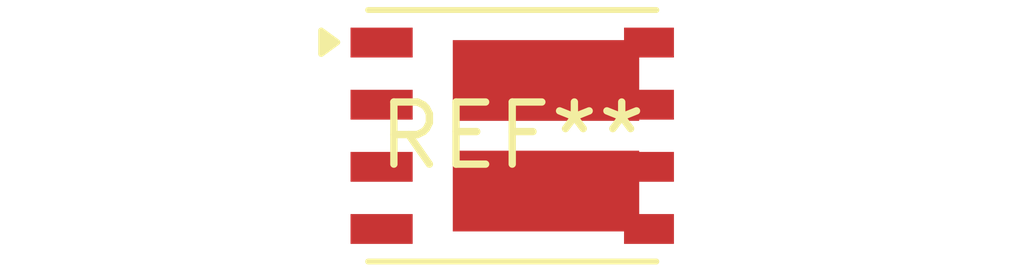
<source format=kicad_pcb>
(kicad_pcb (version 20240108) (generator pcbnew)
  (layers (0 "F.Cu" signal) (31 "B.Cu" signal) (34 "B.Paste" user) (35 "F.Paste" user) (36 "B.SilkS" user "B.Silkscreen") (37 "F.SilkS" user "F.Silkscreen") (38 "B.Mask" user) (39 "F.Mask" user) (44 "Edge.Cuts" user))
  (net 0 "")
  (footprint "PowerPAK_SO-8_Dual" (layer "F.Cu") (at 0 0)
    (property "Reference" "REF**")
    (property "Value" "PowerPAK_SO-8_Dual")
    (fp_line (start -2.945 -2.57) (end 2.945 -2.57) (layer "F.SilkS") (stroke (width 0.12)))
    (fp_line (start -2.945 2.57) (end 2.945 2.57) (layer "F.SilkS") (stroke (width 0.12)))
    (fp_poly (pts (xy -3.575 -1.911892) (xy -3.905 -2.151892) (xy -3.905 -1.671892) (xy -3.575 -1.911892)) (layer "F.SilkS") (stroke (width 0.12)) (fill solid))
    (pad "1" smd rect (at -2.67 -1.905) (size 1.27 0.61) (layers "F.Cu" "F.Paste" "F.Mask"))
    (pad "2" smd rect (at -2.67 -0.635) (size 1.27 0.61) (layers "F.Cu" "F.Paste" "F.Mask"))
    (pad "3" smd rect (at -2.67 0.635) (size 1.27 0.61) (layers "F.Cu" "F.Paste" "F.Mask"))
    (pad "4" smd rect (at -2.67 1.905) (size 1.27 0.61) (layers "F.Cu" "F.Paste" "F.Mask"))
    (pad "5" smd rect (at 0.69 -1.13) (size 3.81 1.65) (layers "F.Cu" "F.Paste" "F.Mask"))
    (pad "5" smd rect (at 2.795 -1.905) (size 1.02 0.61) (layers "F.Cu" "F.Paste" "F.Mask"))
    (pad "5" smd rect (at 2.795 -0.635) (size 1.02 0.61) (layers "F.Cu" "F.Paste" "F.Mask"))
    (pad "6" smd rect (at 0.69 1.13) (size 3.81 1.65) (layers "F.Cu" "F.Paste" "F.Mask"))
    (pad "6" smd rect (at 2.795 0.635) (size 1.02 0.61) (layers "F.Cu" "F.Paste" "F.Mask"))
    (pad "6" smd rect (at 2.795 1.905) (size 1.02 0.61) (layers "F.Cu" "F.Paste" "F.Mask"))
  )
)
</source>
